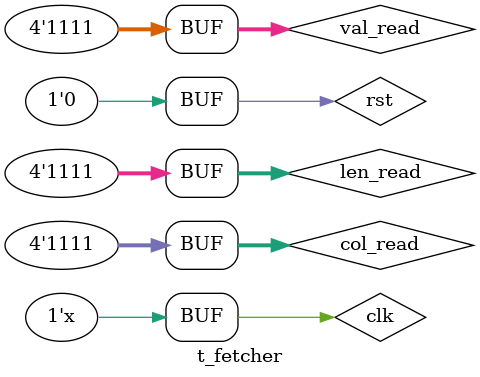
<source format=v>
`timescale 1ns / 1ps


module t_fetcher;

	// Inputs
	reg clk;
	reg rst;
	reg [3:0] val_read;
	reg [3:0] col_read;
	reg [3:0] len_read;

	// Outputs
	wire [31:0] val_out;
	wire [31:0] col_out;
	wire [31:0] len_out;
	wire [3:0] val_empty;
	wire [3:0] col_empty;
	wire [3:0] len_empty;

	// Instantiate the Unit Under Test (UUT)
	fetcher uut (
		.clk(clk), 
		.rst(rst), 
		.val_read(val_read), 
		.col_read(col_read), 
		.len_read(len_read), 
		.val_out(val_out), 
		.col_out(col_out), 
		.len_out(len_out), 
		.val_empty(val_empty),
		.col_empty(col_empty),
		.len_empty(len_empty)
	);

	initial begin
		// Initialize Inputs
		clk = 0;
		rst = 0;
		val_read = 0;
		col_read = 0;
		len_read = 0;

        #5 rst = 1;
        #25 rst = 0;

        #20 val_read = 15;
            col_read = 15;
            len_read = 15;
        #80 val_read = 0;
            col_read = 0;
            len_read = 0;
        #60 val_read = 15;
            col_read = 15;
            len_read = 15;

		// Wait 100 ns for global reset to finish
		#100;
        
		// Add stimulus here

	end

    always
        #5 clk = ~clk;
      
endmodule


</source>
